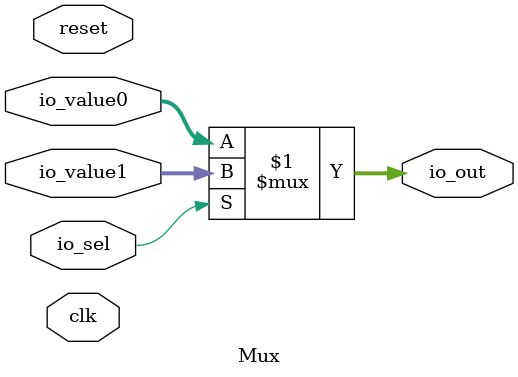
<source format=v>
module Mux(	// <stdin>:2:10
  input        clk,
               reset,
  input  [2:0] io_value0,
               io_value1,
  input        io_sel,
  output [2:0] io_out);

  assign io_out = io_sel ? io_value1 : io_value0;	// <stdin>:2:10, Mux.scala:11:{30,39,74}
endmodule


</source>
